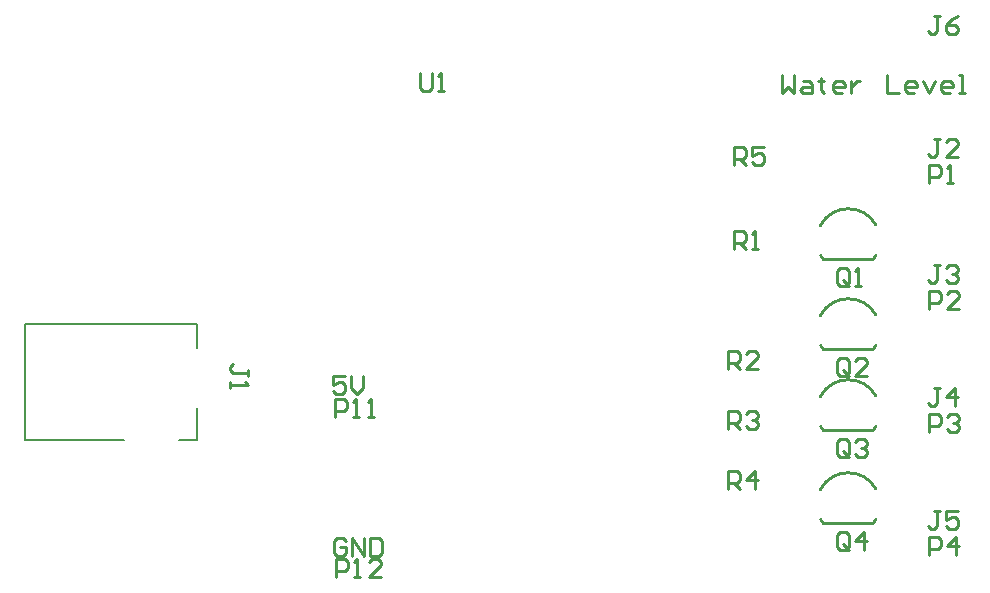
<source format=gto>
G04 Layer_Color=65535*
%FSLAX44Y44*%
%MOMM*%
G71*
G01*
G75*
%ADD23C,0.2540*%
%ADD24C,0.2000*%
D23*
X463515Y499056D02*
X460976Y501595D01*
X463515Y499056D02*
X448280D01*
Y496516D01*
Y501595D01*
X463515Y506673D02*
Y511752D01*
Y509212D01*
X450819D01*
X448280Y511752D01*
Y514291D01*
X450819Y516830D01*
X536916Y477660D02*
X544534D01*
X547073Y480200D01*
Y485278D01*
X544534Y487817D01*
X536916D01*
Y472582D01*
X552151D02*
X557229D01*
X554690D01*
Y487817D01*
X552151Y485278D01*
X555773Y491500D02*
X560852Y496578D01*
Y506735D01*
X567386Y487817D02*
X564847Y485278D01*
X567386Y487817D02*
Y472582D01*
X569925D01*
X564847D01*
X555773Y491500D02*
X550695Y496578D01*
Y506735D01*
X545617D02*
X535460D01*
Y499118D01*
X540538Y501657D01*
X543078D01*
X545617Y499118D01*
Y494039D01*
X543078Y491500D01*
X537999D01*
X535460Y494039D01*
X538815Y370073D02*
X536276Y367534D01*
Y357377D01*
X538815Y354838D01*
X543894D01*
X546433Y357377D01*
Y362455D01*
X541354D01*
X538815Y370073D02*
X543894D01*
X546433Y367534D01*
X551511Y370073D02*
X561668Y354838D01*
Y370073D01*
X566746D02*
Y354838D01*
X574364D01*
X576903Y357377D01*
Y367534D01*
X574364Y370073D01*
X566746D01*
X568430Y351695D02*
X565891Y349156D01*
X568430Y351695D02*
X573508D01*
X576048Y349156D01*
Y346617D01*
X565891Y336460D01*
X576048D01*
X551511Y370073D02*
Y354838D01*
X555734Y351695D02*
X553195Y349156D01*
X548117D02*
Y344077D01*
X545577Y341538D01*
X537960D01*
Y336460D02*
Y351695D01*
X545577D01*
X548117Y349156D01*
X555734Y351695D02*
Y336460D01*
X558273D01*
X553195D01*
X870220Y411080D02*
Y426315D01*
X877838D01*
X880377Y423776D01*
Y418698D01*
X877838Y416158D01*
X870220D01*
X875298D02*
X880377Y411080D01*
X885455Y418698D02*
X895612D01*
X893073Y411080D02*
Y426315D01*
X885455Y418698D01*
X893073Y461880D02*
X887994D01*
X885455Y464419D01*
X880377Y461880D02*
X875298Y466958D01*
X877838D02*
X870220D01*
Y461880D02*
Y477115D01*
X877838D01*
X880377Y474576D01*
Y469497D01*
X877838Y466958D01*
X885455Y474576D02*
X887994Y477115D01*
X893073D01*
X895612Y474576D01*
Y472037D01*
X893073Y469497D01*
X890533D01*
X893073D01*
X895612Y466958D01*
Y464419D01*
X893073Y461880D01*
X995134Y411332D02*
G03*
X948219Y410802I-23314J-12952D01*
G01*
X948506Y385428D02*
G03*
X950635Y382179I23314J12952D01*
G01*
X993156D01*
Y382378D02*
G03*
X995421Y385959I-21336J16002D01*
G01*
X1039622Y380041D02*
X1042161Y377502D01*
X1044700D01*
X1047240Y380041D01*
Y392737D01*
X1044700D01*
X1049779D01*
X1054857D02*
Y385120D01*
X1059935Y387659D01*
X1062475D01*
X1065014Y385120D01*
Y380041D01*
X1062475Y377502D01*
X1057396D01*
X1054857Y380041D01*
X1048018Y370435D02*
X1050557Y367896D01*
Y362817D01*
X1048018Y360278D01*
X1040400D01*
Y370435D02*
X1048018D01*
X1063253D02*
X1055635Y362817D01*
X1065792D01*
X1063253Y370435D02*
Y355200D01*
X1040400Y370435D02*
Y355200D01*
X1054857Y392737D02*
X1065014D01*
X1063253Y459340D02*
X1058174D01*
X1055635Y461879D01*
X1050557Y466958D02*
X1048018Y464418D01*
X1040400D01*
Y459340D02*
Y474575D01*
X1048018D01*
X1050557Y472036D01*
Y466958D01*
X1055635Y472036D02*
X1058174Y474575D01*
X1063253D01*
X1065792Y472036D01*
Y469497D01*
X1063253Y466958D01*
X1060713D01*
X1063253D01*
X1065792Y464418D01*
Y461879D01*
X1063253Y459340D01*
X1062475Y481642D02*
Y496877D01*
X1054857Y489259D01*
X1065014D01*
X1049779Y496877D02*
X1044700D01*
X1047240D01*
Y484181D01*
X1044700Y481642D01*
X1042161D01*
X1039622Y484181D01*
X993156Y529499D02*
X950635D01*
X948506Y532748D02*
G03*
X950635Y529499I23314J12952D01*
G01*
X964961Y522327D02*
X962422Y519788D01*
Y509631D01*
X964961Y507092D01*
X970040D01*
X972579Y509631D01*
Y519788D01*
X970040Y522327D01*
X964961D01*
X995134Y490072D02*
G03*
X948219Y489542I-23314J-12952D01*
G01*
X948506Y464168D02*
G03*
X950635Y460919I23314J12952D01*
G01*
X993156D01*
Y461118D02*
G03*
X995421Y464698I-21336J16002D01*
G01*
X987814Y507092D02*
X977657D01*
X987814Y517249D01*
Y519788D01*
X985275Y522327D01*
X980196D01*
X977657Y519788D01*
X967500Y512170D02*
X972579Y507092D01*
X993156Y529698D02*
G03*
X995421Y533279I-21336J16002D01*
G01*
X995134Y558652D02*
G03*
X948219Y558121I-23314J-12952D01*
G01*
X970040Y583292D02*
X972579Y585831D01*
Y595988D01*
X970040Y598527D01*
X964961D01*
X962422Y595988D01*
Y585831D01*
X964961Y583292D01*
X970040D01*
X972579D02*
X967500Y588370D01*
X977657Y595988D02*
X980196Y598527D01*
Y583292D01*
X982735D01*
X977657D01*
X993156Y605699D02*
X950635D01*
X948506Y608948D02*
G03*
X950635Y605699I23314J12952D01*
G01*
X995134Y634852D02*
G03*
X948219Y634322I-23314J-12952D01*
G01*
X993156Y605898D02*
G03*
X995421Y609478I-21336J16002D01*
G01*
X1040400Y578715D02*
X1048018D01*
X1050557Y576176D01*
Y571097D01*
X1048018Y568558D01*
X1040400D01*
Y563480D02*
Y578715D01*
X1058174D02*
X1055635Y576176D01*
X1058174Y578715D02*
X1063253D01*
X1065792Y576176D01*
Y573637D01*
X1055635Y563480D01*
X1065792D01*
X1065014Y588321D02*
X1062475Y585782D01*
X1057396D01*
X1054857Y588321D01*
X1047240D02*
X1044700Y585782D01*
X1042161D01*
X1039622Y588321D01*
X1047240D02*
Y601017D01*
X1044700D01*
X1049779D01*
X1054857Y598478D02*
X1057396Y601017D01*
X1062475D01*
X1065014Y598478D01*
Y595939D01*
X1062475Y593400D01*
X1059935D01*
X1062475D01*
X1065014Y590860D01*
Y588321D01*
X1060713Y670160D02*
X1058174D01*
Y685395D01*
X1055635Y682856D01*
X1050557D02*
Y677777D01*
X1048018Y675238D01*
X1040400D01*
Y670160D02*
Y685395D01*
X1048018D01*
X1050557Y682856D01*
X1055635Y670160D02*
X1060713D01*
X1065014Y692462D02*
X1054857D01*
X1065014Y702619D01*
Y705158D01*
X1062475Y707697D01*
X1057396D01*
X1054857Y705158D01*
X1049779Y707697D02*
X1044700D01*
X1047240D01*
Y695001D01*
X1044700Y692462D01*
X1042161D01*
X1039622Y695001D01*
X1068291Y746360D02*
Y761595D01*
X1065751D01*
X1058134Y756517D02*
X1060673Y753978D01*
Y751438D01*
X1050517D01*
Y748899D02*
Y753978D01*
X1053056Y756517D01*
X1058134D01*
Y746360D02*
X1053056D01*
X1050517Y748899D01*
X1045438Y756517D02*
X1040360Y746360D01*
X1035281Y756517D01*
X1027664D02*
X1030203Y753978D01*
Y751438D01*
X1020046D01*
Y748899D02*
Y753978D01*
X1022586Y756517D01*
X1027664D01*
Y746360D02*
X1022586D01*
X1020046Y748899D01*
X1065751Y746360D02*
X1070830D01*
X1068291D01*
X1062475Y796602D02*
X1065014Y799141D01*
Y801680D01*
X1062475Y804220D01*
X1054857D01*
Y799141D01*
X1057396Y796602D01*
X1062475D01*
X1059935Y809298D02*
X1054857Y804220D01*
X1059935Y809298D02*
X1065014Y811837D01*
X1049779D02*
X1044700D01*
X1047240D01*
Y799141D01*
X1044700Y796602D01*
X1042161D01*
X1039622Y799141D01*
X1004811Y761595D02*
Y746360D01*
X1014968D01*
X974341D02*
Y751438D01*
X976880Y753978D01*
X979419Y756517D01*
X981959D01*
X974341D02*
Y746360D01*
X966724D02*
X961645D01*
X959106Y748899D01*
Y753978D01*
X961645Y756517D01*
X966724D01*
X969263Y753978D01*
Y751438D01*
X959106D01*
X948949Y748899D02*
X951488Y746360D01*
X948949Y748899D02*
Y756517D01*
X946410D01*
X951488D01*
X948949D01*
Y759056D01*
X941332Y753978D02*
Y746360D01*
X933714D01*
X931175Y748899D01*
X933714Y751438D01*
X941332D01*
Y753978D02*
X938793Y756517D01*
X933714D01*
X926097Y761595D02*
Y746360D01*
X921018Y751438D01*
X915940Y746360D01*
Y761595D01*
X900692Y700635D02*
X890535D01*
Y693018D01*
X895613Y695557D01*
X898153D01*
X900692Y693018D01*
Y687939D01*
X898153Y685400D01*
X893074D01*
X890535Y687939D01*
X885457Y693018D02*
X882917Y690478D01*
X875300D01*
X880378D02*
X885457Y685400D01*
X875300D02*
Y700635D01*
X882917D01*
X885457Y698096D01*
Y693018D01*
X882916Y629515D02*
X885455Y626976D01*
Y621898D01*
X882916Y619358D01*
X875298D01*
Y614280D02*
Y629515D01*
X882916D01*
X880377Y619358D02*
X885455Y614280D01*
X890533D02*
X895612D01*
X893073D01*
Y629515D01*
X890533Y626976D01*
X887994Y527915D02*
X885455Y525376D01*
X880377D02*
Y520298D01*
X877838Y517758D01*
X870220D01*
Y512680D02*
Y527915D01*
X877838D01*
X880377Y525376D01*
X887994Y527915D02*
X893073D01*
X895612Y525376D01*
Y522837D01*
X885455Y512680D01*
X895612D01*
X880377D02*
X875298Y517758D01*
X964961Y453747D02*
X962422Y451208D01*
Y441051D01*
X964961Y438512D01*
X970040D01*
X972579Y441051D01*
Y451208D01*
X970040Y453747D01*
X964961D01*
X967500Y443590D02*
X972579Y438512D01*
X980196D02*
X977657Y441051D01*
X980196Y438512D02*
X985275D01*
X987814Y441051D01*
Y443590D01*
X985275Y446129D01*
X982735D01*
X985275D01*
X987814Y448669D01*
Y451208D01*
X985275Y453747D01*
X980196D01*
X977657Y451208D01*
X964961Y375007D02*
X962422Y372468D01*
Y362311D01*
X964961Y359772D01*
X970040D01*
X972579Y362311D01*
Y372468D01*
X970040Y375007D01*
X964961D01*
X967500Y364850D02*
X972579Y359772D01*
X985275D02*
Y375007D01*
X977657Y367389D01*
X987814D01*
X629614Y748665D02*
X627075D01*
Y763900D01*
X624536Y761361D01*
Y748665D02*
X629614D01*
X616918D02*
X619458Y751204D01*
Y763900D01*
X616918Y748665D02*
X611840D01*
X609301Y751204D01*
Y763900D01*
D24*
X420640Y452990D02*
X420640Y479660D01*
X420640Y452990D02*
X405400Y452990D01*
X358410Y452990D02*
X274590D01*
X274590Y550780D01*
X420640D01*
X420640Y530460D01*
M02*

</source>
